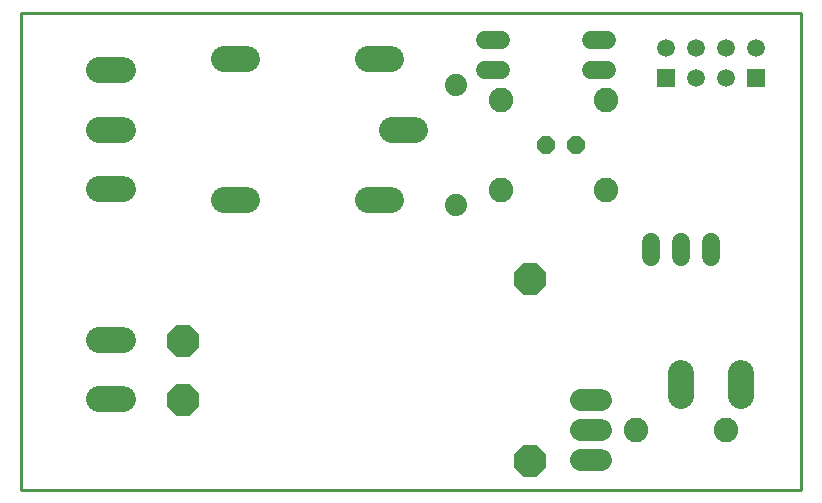
<source format=gbr>
G04 EAGLE Gerber X2 export*
%TF.Part,Single*%
%TF.FileFunction,Soldermask,Bot,1*%
%TF.FilePolarity,Negative*%
%TF.GenerationSoftware,Autodesk,EAGLE,9.0.0*%
%TF.CreationDate,2018-06-01T03:22:50Z*%
G75*
%MOMM*%
%FSLAX34Y34*%
%LPD*%
%AMOC8*
5,1,8,0,0,1.08239X$1,22.5*%
G01*
%ADD10C,1.879600*%
%ADD11P,2.969212X8X22.500000*%
%ADD12C,1.879600*%
%ADD13C,2.184400*%
%ADD14P,1.649562X8X22.500000*%
%ADD15C,1.524000*%
%ADD16C,2.082800*%
%ADD17R,1.511200X1.511200*%
%ADD18C,1.511200*%
%ADD19C,0.254000*%


D10*
X355600Y241300D03*
X355600Y342900D03*
D11*
X418600Y24000D03*
X418600Y178000D03*
X124600Y76000D03*
X124600Y126000D03*
D12*
X461518Y76200D02*
X478282Y76200D01*
X478282Y50800D02*
X461518Y50800D01*
X461518Y25400D02*
X478282Y25400D01*
D13*
X321056Y304800D02*
X301244Y304800D01*
X300736Y364490D02*
X280924Y364490D01*
X280924Y245110D02*
X300736Y245110D01*
X178816Y245110D02*
X159004Y245110D01*
X159004Y364490D02*
X178816Y364490D01*
D14*
X431800Y292100D03*
X457200Y292100D03*
D15*
X393700Y381000D02*
X380492Y381000D01*
X380492Y355600D02*
X393700Y355600D01*
X469900Y355600D02*
X483108Y355600D01*
X483108Y381000D02*
X469900Y381000D01*
X520700Y209804D02*
X520700Y196596D01*
X571500Y196596D02*
X571500Y209804D01*
X546100Y209804D02*
X546100Y196596D01*
D16*
X482600Y330200D03*
X482600Y254000D03*
X584200Y50800D03*
X508000Y50800D03*
X393700Y254000D03*
X393700Y330200D03*
D17*
X609750Y348475D03*
X533550Y348475D03*
D18*
X584350Y348475D03*
X558950Y348475D03*
X558950Y373875D03*
X584350Y373875D03*
X609750Y373875D03*
X533550Y373875D03*
D13*
X73406Y354838D02*
X53594Y354838D01*
X53594Y304800D02*
X73406Y304800D01*
X73406Y254762D02*
X53594Y254762D01*
X53594Y126746D02*
X73406Y126746D01*
X73406Y76454D02*
X53594Y76454D01*
X596646Y78994D02*
X596646Y98806D01*
X546354Y98806D02*
X546354Y78994D01*
D19*
X-12700Y0D02*
X647500Y0D01*
X647500Y403100D01*
X-12700Y403100D01*
X-12700Y0D01*
M02*

</source>
